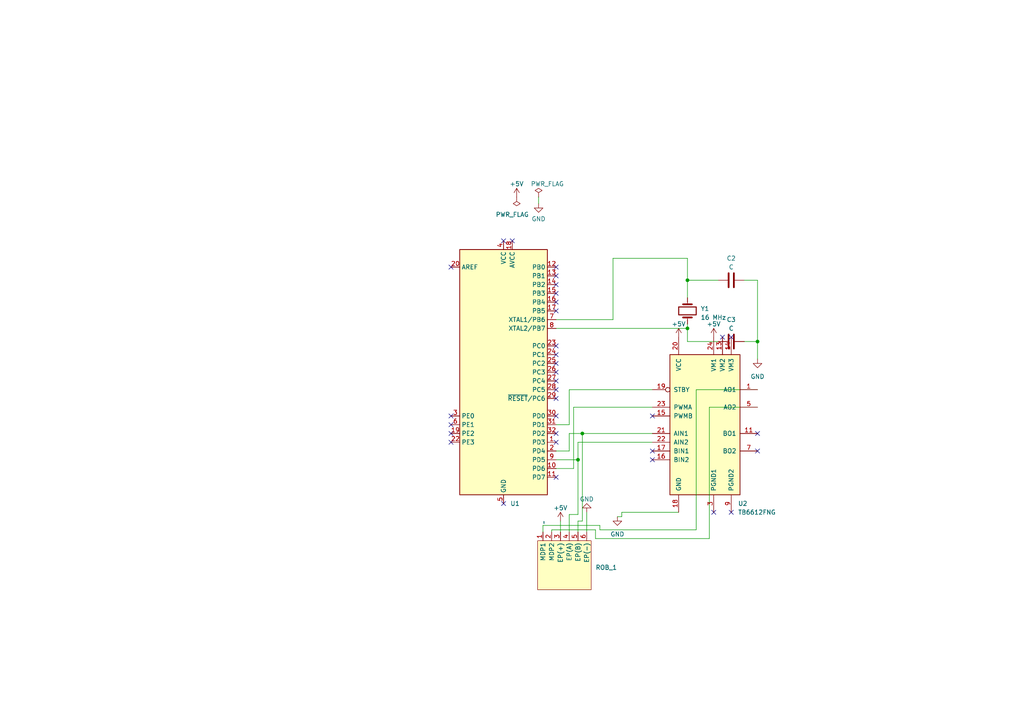
<source format=kicad_sch>
(kicad_sch (version 20230121) (generator eeschema)
  (paper "A4")
  (lib_symbols
    (symbol "DC_MOTOR_ENCODER:ROB-16413"
      (property "Reference" "ROB_16413" (at 0 10.795 0))
      (symbol "ROB-16413_0_1"
        (rectangle (start -7.239 9.144) (end 6.985 -6.35) (fill (type background)))
      )
      (symbol "ROB-16413_1_0"
        (pin bidirectional line (at 9.525 7.62 180) (length 2.54) (name "MDP1") (number "1"))
        (pin bidirectional line (at 9.525 5.08 180) (length 2.54) (name "MDP2") (number "2"))
        (pin input line (at 9.525 2.54 180) (length 2.54) (name "EP(+)") (number "3"))
        (pin output line (at 9.525 0 180) (length 2.54) (name "EP(A)") (number "4"))
        (pin output line (at 9.525 -2.54 180) (length 2.54) (name "EP(B)") (number "5"))
        (pin output line (at 9.525 -5.08 180) (length 2.54) (name "EP(-)") (number "6"))
      )
    )
    (symbol "Device:C" (pin_numbers hide) (pin_names (offset 0.254))
      (property "Reference" "C" (at 0.635 2.54 0))
      (property "Value" "C" (at 0.635 -2.54 0))
      (symbol "C_0_1"
        (polyline (pts (xy -2.032 -0.762) (xy 2.032 -0.762)) (stroke (width 0.508)))
        (polyline (pts (xy -2.032 0.762) (xy 2.032 0.762)) (stroke (width 0.508)))
      )
      (symbol "C_1_1"
        (pin passive line (at 0 3.81 270) (length 2.794) (name "~") (number "1"))
        (pin passive line (at 0 -3.81 90) (length 2.794) (name "~") (number "2"))
      )
    )
    (symbol "Device:Crystal" (pin_numbers hide) (pin_names (offset 1.016) hide)
      (property "Reference" "Y" (at 0 3.81 0))
      (property "Value" "Crystal" (at 0 -3.81 0))
      (symbol "Crystal_0_1"
        (rectangle (start -1.143 2.54) (end 1.143 -2.54) (stroke (width 0.3048)))
        (polyline (pts (xy -2.54 0) (xy -1.905 0)))
        (polyline (pts (xy -1.905 -1.27) (xy -1.905 1.27)) (stroke (width 0.508)))
        (polyline (pts (xy 1.905 -1.27) (xy 1.905 1.27)) (stroke (width 0.508)))
        (polyline (pts (xy 2.54 0) (xy 1.905 0)))
      )
      (symbol "Crystal_1_1"
        (pin passive line (at -3.81 0 0) (length 1.27) (name "1") (number "1"))
        (pin passive line (at 3.81 0 180) (length 1.27) (name "2") (number "2"))
      )
    )
    (symbol "Driver_Motor:TB6612FNG" (pin_names (offset 1.016))
      (property "Reference" "U" (at 11.43 17.78 0))
      (property "Value" "TB6612FNG" (at 11.43 15.24 0))
      (symbol "TB6612FNG_0_1"
        (rectangle (start -10.16 20.32) (end 10.16 -20.32) (stroke (width 0.254)) (fill (type background)))
      )
      (symbol "TB6612FNG_1_1"
        (pin output line (at 15.24 10.16 180) (length 5.08) (name "AO1") (number "1"))
        (pin passive line (at 7.62 -25.4 90) (length 5.08) hide (name "PGND2") (number "10"))
        (pin output line (at 15.24 -2.54 180) (length 5.08) (name "BO1") (number "11"))
        (pin passive line (at 15.24 -2.54 180) (length 5.08) hide (name "BO1") (number "12"))
        (pin power_in line (at 5.08 25.4 270) (length 5.08) (name "VM2") (number "13"))
        (pin power_in line (at 7.62 25.4 270) (length 5.08) (name "VM3") (number "14"))
        (pin input line (at -15.24 2.54 0) (length 5.08) (name "PWMB") (number "15"))
        (pin input line (at -15.24 -10.16 0) (length 5.08) (name "BIN2") (number "16"))
        (pin input line (at -15.24 -7.62 0) (length 5.08) (name "BIN1") (number "17"))
        (pin power_in line (at -7.62 -25.4 90) (length 5.08) (name "GND") (number "18"))
        (pin input inverted (at -15.24 10.16 0) (length 5.08) (name "STBY") (number "19"))
        (pin passive line (at 15.24 10.16 180) (length 5.08) hide (name "AO1") (number "2"))
        (pin power_in line (at -7.62 25.4 270) (length 5.08) (name "VCC") (number "20"))
        (pin input line (at -15.24 -2.54 0) (length 5.08) (name "AIN1") (number "21"))
        (pin input line (at -15.24 -5.08 0) (length 5.08) (name "AIN2") (number "22"))
        (pin input line (at -15.24 5.08 0) (length 5.08) (name "PWMA") (number "23"))
        (pin power_in line (at 2.54 25.4 270) (length 5.08) (name "VM1") (number "24"))
        (pin power_in line (at 2.54 -25.4 90) (length 5.08) (name "PGND1") (number "3"))
        (pin passive line (at 2.54 -25.4 90) (length 5.08) hide (name "PGND1") (number "4"))
        (pin output line (at 15.24 5.08 180) (length 5.08) (name "AO2") (number "5"))
        (pin passive line (at 15.24 5.08 180) (length 5.08) hide (name "AO2") (number "6"))
        (pin output line (at 15.24 -7.62 180) (length 5.08) (name "BO2") (number "7"))
        (pin passive line (at 15.24 -7.62 180) (length 5.08) hide (name "BO2") (number "8"))
        (pin power_in line (at 7.62 -25.4 90) (length 5.08) (name "PGND2") (number "9"))
      )
    )
    (symbol "MCU_Microchip_ATmega:ATmega328PB-A"
      (property "Reference" "U" (at -12.7 36.83 0))
      (property "Value" "ATmega328PB-A" (at 2.54 -36.83 0))
      (symbol "ATmega328PB-A_0_1"
        (rectangle (start -12.7 -35.56) (end 12.7 35.56) (stroke (width 0.254)) (fill (type background)))
      )
      (symbol "ATmega328PB-A_1_1"
        (pin bidirectional line (at 15.24 -20.32 180) (length 2.54) (name "PD3") (number "1"))
        (pin bidirectional line (at 15.24 -27.94 180) (length 2.54) (name "PD6") (number "10"))
        (pin bidirectional line (at 15.24 -30.48 180) (length 2.54) (name "PD7") (number "11"))
        (pin bidirectional line (at 15.24 30.48 180) (length 2.54) (name "PB0") (number "12"))
        (pin bidirectional line (at 15.24 27.94 180) (length 2.54) (name "PB1") (number "13"))
        (pin bidirectional line (at 15.24 25.4 180) (length 2.54) (name "PB2") (number "14"))
        (pin bidirectional line (at 15.24 22.86 180) (length 2.54) (name "PB3") (number "15"))
        (pin bidirectional line (at 15.24 20.32 180) (length 2.54) (name "PB4") (number "16"))
        (pin bidirectional line (at 15.24 17.78 180) (length 2.54) (name "PB5") (number "17"))
        (pin power_in line (at 2.54 38.1 270) (length 2.54) (name "AVCC") (number "18"))
        (pin bidirectional line (at -15.24 -17.78 0) (length 2.54) (name "PE2") (number "19"))
        (pin bidirectional line (at 15.24 -22.86 180) (length 2.54) (name "PD4") (number "2"))
        (pin passive line (at -15.24 30.48 0) (length 2.54) (name "AREF") (number "20"))
        (pin passive line (at 0 -38.1 90) (length 2.54) hide (name "GND") (number "21"))
        (pin bidirectional line (at -15.24 -20.32 0) (length 2.54) (name "PE3") (number "22"))
        (pin bidirectional line (at 15.24 7.62 180) (length 2.54) (name "PC0") (number "23"))
        (pin bidirectional line (at 15.24 5.08 180) (length 2.54) (name "PC1") (number "24"))
        (pin bidirectional line (at 15.24 2.54 180) (length 2.54) (name "PC2") (number "25"))
        (pin bidirectional line (at 15.24 0 180) (length 2.54) (name "PC3") (number "26"))
        (pin bidirectional line (at 15.24 -2.54 180) (length 2.54) (name "PC4") (number "27"))
        (pin bidirectional line (at 15.24 -5.08 180) (length 2.54) (name "PC5") (number "28"))
        (pin bidirectional line (at 15.24 -7.62 180) (length 2.54) (name "~{RESET}/PC6") (number "29"))
        (pin bidirectional line (at -15.24 -12.7 0) (length 2.54) (name "PE0") (number "3"))
        (pin bidirectional line (at 15.24 -12.7 180) (length 2.54) (name "PD0") (number "30"))
        (pin bidirectional line (at 15.24 -15.24 180) (length 2.54) (name "PD1") (number "31"))
        (pin bidirectional line (at 15.24 -17.78 180) (length 2.54) (name "PD2") (number "32"))
        (pin power_in line (at 0 38.1 270) (length 2.54) (name "VCC") (number "4"))
        (pin power_in line (at 0 -38.1 90) (length 2.54) (name "GND") (number "5"))
        (pin bidirectional line (at -15.24 -15.24 0) (length 2.54) (name "PE1") (number "6"))
        (pin bidirectional line (at 15.24 15.24 180) (length 2.54) (name "XTAL1/PB6") (number "7"))
        (pin bidirectional line (at 15.24 12.7 180) (length 2.54) (name "XTAL2/PB7") (number "8"))
        (pin bidirectional line (at 15.24 -25.4 180) (length 2.54) (name "PD5") (number "9"))
      )
    )
    (symbol "power:+5V" (power) (pin_names (offset 0))
      (property "Value" "+5V" (at 0 3.556 0))
      (symbol "+5V_0_1"
        (polyline (pts (xy -0.762 1.27) (xy 0 2.54)))
        (polyline (pts (xy 0 0) (xy 0 2.54)))
        (polyline (pts (xy 0 2.54) (xy 0.762 1.27)))
      )
      (symbol "+5V_1_1"
        (pin power_in line (at 0 0 90) (length 0) hide (name "+5V") (number "1"))
      )
    )
    (symbol "power:GND" (power) (pin_names (offset 0))
      (property "Value" "GND" (at 0 -3.81 0))
      (symbol "GND_0_1"
        (polyline (pts (xy 0 0) (xy 0 -1.27) (xy 1.27 -1.27) (xy 0 -2.54) (xy -1.27 -1.27) (xy 0 -1.27)))
      )
      (symbol "GND_1_1"
        (pin power_in line (at 0 0 270) (length 0) hide (name "GND") (number "1"))
      )
    )
    (symbol "power:PWR_FLAG" (power) (pin_numbers hide) (pin_names (offset 0) hide)
      (property "Value" "PWR_FLAG" (at 0 3.81 0))
      (symbol "PWR_FLAG_0_0"
        (pin power_out line (at 0 0 90) (length 0) (name "pwr") (number "1"))
      )
      (symbol "PWR_FLAG_0_1"
        (polyline (pts (xy 0 0) (xy 0 1.27) (xy -1.016 1.905) (xy 0 2.54) (xy 1.016 1.905) (xy 0 1.27)))
      )
    )
  )
  (junction (at 199.39 95.25))
  (junction (at 168.91 125.73))
  (junction (at 219.71 99.06))
  (junction (at 167.64 133.35))
  (junction (at 199.39 81.28))
  (no_connect (at 130.81 123.19))
  (no_connect (at 161.29 128.27))
  (no_connect (at 189.23 130.81))
  (no_connect (at 209.55 97.79))
  (no_connect (at 219.71 130.81))
  (no_connect (at 146.05 146.05))
  (no_connect (at 161.29 120.65))
  (no_connect (at 161.29 82.55))
  (no_connect (at 189.23 120.65))
  (no_connect (at 189.23 133.35))
  (no_connect (at 161.29 107.95))
  (no_connect (at 161.29 113.03))
  (no_connect (at 130.81 125.73))
  (no_connect (at 161.29 138.43))
  (no_connect (at 207.01 148.59))
  (no_connect (at 161.29 90.17))
  (no_connect (at 161.29 87.63))
  (no_connect (at 161.29 125.73))
  (no_connect (at 161.29 85.09))
  (no_connect (at 161.29 115.57))
  (no_connect (at 161.29 80.01))
  (no_connect (at 148.59 69.85))
  (no_connect (at 130.81 77.47))
  (no_connect (at 161.29 105.41))
  (no_connect (at 219.71 125.73))
  (no_connect (at 212.09 148.59))
  (no_connect (at 161.29 110.49))
  (no_connect (at 161.29 102.87))
  (no_connect (at 161.29 77.47))
  (no_connect (at 130.81 128.27))
  (no_connect (at 212.09 97.79))
  (no_connect (at 146.05 69.85))
  (no_connect (at 161.29 100.33))
  (no_connect (at 130.81 120.65))
  (wire (pts (xy 167.64 128.27) (xy 189.23 128.27)))
  (wire (pts (xy 199.39 99.06) (xy 199.39 95.25)))
  (wire (pts (xy 165.1 125.73) (xy 168.91 125.73)))
  (wire (pts (xy 167.64 151.13) (xy 167.64 154.305)))
  (wire (pts (xy 161.29 123.19) (xy 165.1 123.19)))
  (wire (pts (xy 205.74 118.11) (xy 205.74 156.21)))
  (wire (pts (xy 161.29 92.71) (xy 177.8 92.71)))
  (wire (pts (xy 173.99 152.4) (xy 157.48 152.4)))
  (wire (pts (xy 196.85 148.59) (xy 180.34 148.59)))
  (wire (pts (xy 173.99 153.67) (xy 173.99 152.4)))
  (wire (pts (xy 157.48 152.4) (xy 157.48 154.305)))
  (wire (pts (xy 205.74 156.21) (xy 172.72 156.21)))
  (wire (pts (xy 160.02 153.67) (xy 160.02 154.305)))
  (wire (pts (xy 162.56 151.13) (xy 162.56 154.305)))
  (wire (pts (xy 199.39 86.36) (xy 199.39 81.28)))
  (wire (pts (xy 180.34 148.59) (xy 180.34 149.86)))
  (wire (pts (xy 219.71 99.06) (xy 215.9 99.06)))
  (wire (pts (xy 161.29 135.89) (xy 166.37 135.89)))
  (wire (pts (xy 199.39 74.93) (xy 199.39 81.28)))
  (wire (pts (xy 177.8 74.93) (xy 199.39 74.93)))
  (wire (pts (xy 172.72 156.21) (xy 172.72 153.67)))
  (wire (pts (xy 161.29 130.81) (xy 165.1 130.81)))
  (wire (pts (xy 199.39 81.28) (xy 208.28 81.28)))
  (wire (pts (xy 170.18 148.59) (xy 170.18 154.305)))
  (wire (pts (xy 172.72 153.67) (xy 160.02 153.67)))
  (wire (pts (xy 199.39 95.25) (xy 199.39 93.98)))
  (wire (pts (xy 165.1 149.225) (xy 165.1 154.305)))
  (wire (pts (xy 215.9 81.28) (xy 219.71 81.28)))
  (wire (pts (xy 168.91 125.73) (xy 168.91 151.13)))
  (wire (pts (xy 161.29 95.25) (xy 199.39 95.25)))
  (wire (pts (xy 165.1 123.19) (xy 165.1 113.03)))
  (wire (pts (xy 167.64 133.35) (xy 167.64 149.225)))
  (wire (pts (xy 219.71 118.11) (xy 205.74 118.11)))
  (wire (pts (xy 219.71 113.03) (xy 201.93 113.03)))
  (wire (pts (xy 201.93 113.03) (xy 201.93 153.67)))
  (wire (pts (xy 219.71 81.28) (xy 219.71 99.06)))
  (wire (pts (xy 168.91 125.73) (xy 189.23 125.73)))
  (wire (pts (xy 208.28 99.06) (xy 199.39 99.06)))
  (wire (pts (xy 166.37 118.11) (xy 189.23 118.11)))
  (wire (pts (xy 219.71 99.06) (xy 219.71 104.14)))
  (wire (pts (xy 167.64 133.35) (xy 167.64 128.27)))
  (wire (pts (xy 166.37 135.89) (xy 166.37 118.11)))
  (wire (pts (xy 168.91 151.13) (xy 167.64 151.13)))
  (wire (pts (xy 179.07 149.86) (xy 180.34 149.86)))
  (wire (pts (xy 177.8 92.71) (xy 177.8 74.93)))
  (wire (pts (xy 165.1 113.03) (xy 189.23 113.03)))
  (wire (pts (xy 167.64 149.225) (xy 165.1 149.225)))
  (wire (pts (xy 161.29 133.35) (xy 167.64 133.35)))
  (wire (pts (xy 156.21 57.15) (xy 156.21 59.055)))
  (wire (pts (xy 165.1 130.81) (xy 165.1 125.73)))
  (wire (pts (xy 201.93 153.67) (xy 173.99 153.67)))
  (symbol (lib_id "power:+5V") (at 207.01 97.79 0) (unit 1)
    (property "Reference" "#PWR02" (effects hide))
    (property "Value" "+5V" (at 207.01 93.98 0))
  )
  (symbol (lib_id "power:GND") (at 156.21 59.055 0) (unit 1)
    (property "Reference" "#PWR05" (effects hide))
    (property "Value" "GND" (at 156.21 63.5 0))
  )
  (symbol (lib_id "Device:C") (at 212.09 81.28 270) (unit 1)
    (property "Reference" "C2" (at 212.09 74.93 90))
    (property "Value" "C" (at 212.09 77.47 90))
  )
  (symbol (lib_id "Driver_Motor:TB6612FNG") (at 204.47 123.19 0) (unit 1)
    (property "Reference" "U2" (at 214.0459 146.05 0) (effects (justify left)))
    (property "Value" "TB6612FNG" (at 214.0459 148.59 0) (effects (justify left)))
    (property "Footprint" "Package_SO:SSOP-24_5.3x8.2mm_P0.65mm" (effects hide))
    (property "Datasheet" "https://toshiba.semicon-storage.com/us/product/linear/motordriver/detail.TB6612FNG.html" (effects hide))
  )
  (symbol (lib_id "power:PWR_FLAG") (at 149.86 57.15 180) (unit 1)
    (property "Reference" "#FLG01" (effects hide))
    (property "Value" "PWR_FLAG" (at 148.59 62.23 0))
  )
  (symbol (lib_id "power:+5V") (at 149.86 57.15 0) (unit 1)
    (property "Reference" "#PWR04" (effects hide))
    (property "Value" "+5V" (at 149.86 53.34 0))
  )
  (symbol (lib_id "power:GND") (at 179.07 149.86 0) (unit 1)
    (property "Reference" "#PWR03" (effects hide))
    (property "Value" "GND" (at 179.07 154.94 0))
  )
  (symbol (lib_id "power:+5V") (at 162.56 151.13 0) (unit 1)
    (property "Reference" "#PWR06" (effects hide))
    (property "Value" "+5V" (at 162.56 147.32 0))
  )
  (symbol (lib_id "power:+5V") (at 196.85 97.79 0) (unit 1)
    (property "Reference" "#PWR01" (effects hide))
    (property "Value" "+5V" (at 196.85 93.98 0))
  )
  (symbol (lib_id "MCU_Microchip_ATmega:ATmega328PB-A") (at 146.05 107.95 0) (unit 1)
    (property "Reference" "U1" (at 148.0059 146.05 0) (effects (justify left)))
    (property "Value" "ATmega328PB-A" (effects hide))
    (property "Footprint" "Package_QFP:TQFP-32_7x7mm_P0.8mm" (effects hide))
    (property "Datasheet" "http://ww1.microchip.com/downloads/en/DeviceDoc/40001906C.pdf" (effects hide))
  )
  (symbol (lib_id "power:GND") (at 219.71 104.14 0) (unit 1)
    (property "Reference" "#PWR09" (effects hide))
    (property "Value" "GND" (at 219.71 109.22 0))
  )
  (symbol (lib_id "power:GND") (at 170.18 148.59 180) (unit 1)
    (property "Reference" "#PWR07" (effects hide))
    (property "Value" "GND" (at 170.18 144.78 0))
  )
  (symbol (lib_id "power:PWR_FLAG") (at 156.21 57.15 0) (unit 1)
    (property "Reference" "#FLG02" (effects hide))
    (property "Value" "PWR_FLAG" (at 158.75 53.34 0))
  )
  (symbol (lib_id "Device:Crystal") (at 199.39 90.17 90) (unit 1)
    (property "Reference" "Y1" (at 203.2 89.535 90) (effects (justify right)))
    (property "Value" "16 MHz" (at 203.2 92.075 90) (effects (justify right)))
  )
  (symbol (lib_id "Device:C") (at 212.09 99.06 270) (unit 1)
    (property "Reference" "C3" (at 212.09 92.71 90))
    (property "Value" "C" (at 212.09 95.25 90))
  )
  (symbol (lib_id "DC_MOTOR_ENCODER:ROB-16413") (at 165.1 163.83 90) (unit 1)
    (property "Reference" "ROB_1" (at 172.72 164.592 90) (effects (justify right)))
    (property "Value" "~" (at 157.734 151.511 0))
  )
)
</source>
